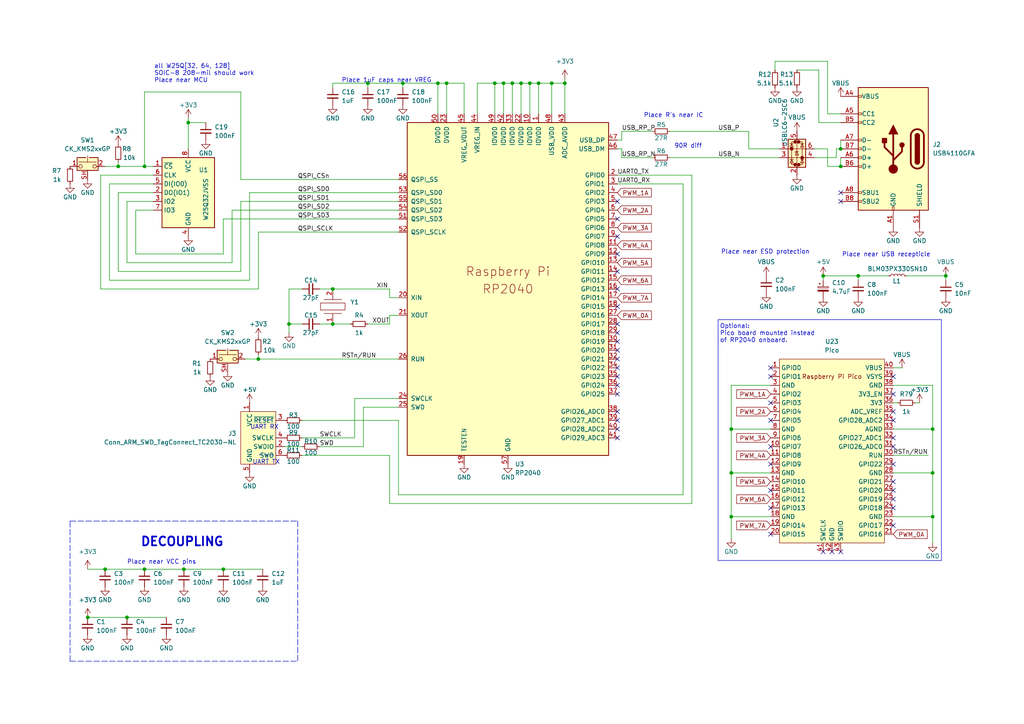
<source format=kicad_sch>
(kicad_sch (version 20231120) (generator "eeschema") (generator_version "8.0")
  (paper "A4")
  (lib_symbols
    (symbol "+5V_1" (power) (pin_numbers hide) (pin_names (offset 0) hide)
      (property "Value" "+5V" (at 0 3.556 0))
      (symbol "+5V_1_1_1"
        (pin power_in line (at 0 0 90) (length 0) (name "~") (number "1"))
      )
    )
    (symbol "Connector:Conn_ARM_SWD_TagConnect_TC2030-NL" (in_bom no)
      (property "Reference" "J" (at 2.54 11.43 0))
      (property "Value" "Conn_ARM_SWD_TagConnect_TC2030-NL" (at 2.54 8.89 0))
      (symbol "Conn_ARM_SWD_TagConnect_TC2030-NL_0_0"
        (pin power_in line (at -2.54 10.16 270) (length 2.54) (name "VCC") (number "1"))
        (pin bidirectional line (at 7.62 -2.54 180) (length 2.54) (name "SWDIO") (number "2"))
        (pin open_collector line (at 7.62 5.08 180) (length 2.54) (name "~{RESET}") (number "3"))
        (pin output line (at 7.62 0 180) (length 2.54) (name "SWCLK") (number "4"))
        (pin power_in line (at -2.54 -10.16 90) (length 2.54) (name "GND") (number "5"))
        (pin input line (at 7.62 -5.08 180) (length 2.54) (name "SWO") (number "6"))
      )
    )
    (symbol "Connector:USB_C_Receptacle_USB2.0_16P" (pin_names (offset 1.016))
      (property "Reference" "J" (at 0 22.225 0))
      (property "Value" "USB_C_Receptacle_USB2.0_16P" (at 0 19.685 0))
      (symbol "USB_C_Receptacle_USB2.0_16P_1_1"
        (pin passive line (at 0 -22.86 90) (length 5.08) (name "GND") (number "A1"))
        (pin passive line (at 0 -22.86 90) (length 5.08) hide (name "GND") (number "A12"))
        (pin passive line (at 15.24 15.24 180) (length 5.08) (name "VBUS") (number "A4"))
        (pin bidirectional line (at 15.24 10.16 180) (length 5.08) (name "CC1") (number "A5"))
        (pin bidirectional line (at 15.24 -2.54 180) (length 5.08) (name "D+") (number "A6"))
        (pin bidirectional line (at 15.24 2.54 180) (length 5.08) (name "D-") (number "A7"))
        (pin bidirectional line (at 15.24 -12.7 180) (length 5.08) (name "SBU1") (number "A8"))
        (pin passive line (at 15.24 15.24 180) (length 5.08) hide (name "VBUS") (number "A9"))
        (pin passive line (at 0 -22.86 90) (length 5.08) hide (name "GND") (number "B1"))
        (pin passive line (at 0 -22.86 90) (length 5.08) hide (name "GND") (number "B12"))
        (pin passive line (at 15.24 15.24 180) (length 5.08) hide (name "VBUS") (number "B4"))
        (pin bidirectional line (at 15.24 7.62 180) (length 5.08) (name "CC2") (number "B5"))
        (pin bidirectional line (at 15.24 -5.08 180) (length 5.08) (name "D+") (number "B6"))
        (pin bidirectional line (at 15.24 0 180) (length 5.08) (name "D-") (number "B7"))
        (pin bidirectional line (at 15.24 -15.24 180) (length 5.08) (name "SBU2") (number "B8"))
        (pin passive line (at 15.24 15.24 180) (length 5.08) hide (name "VBUS") (number "B9"))
        (pin passive line (at -7.62 -22.86 90) (length 5.08) (name "SHIELD") (number "S1"))
      )
    )
    (symbol "Device:C_Polarized_Small" (pin_numbers hide) (pin_names (offset 0.254) hide)
      (property "Reference" "C" (at 0.254 1.778 0))
      (property "Value" "C_Polarized_Small" (at 0.254 -2.032 0))
      (symbol "C_Polarized_Small_1_1"
        (pin passive line (at 0 2.54 270) (length 1.8542) (name "~") (number "1"))
        (pin passive line (at 0 -2.54 90) (length 1.8542) (name "~") (number "2"))
      )
    )
    (symbol "Device:C_Small" (pin_numbers hide) (pin_names (offset 0.254) hide)
      (property "Reference" "C" (at 0.254 1.778 0))
      (property "Value" "C_Small" (at 0.254 -2.032 0))
      (symbol "C_Small_1_1"
        (pin passive line (at 0 2.54 270) (length 2.032) (name "~") (number "1"))
        (pin passive line (at 0 -2.54 90) (length 2.032) (name "~") (number "2"))
      )
    )
    (symbol "Device:L_Small" (pin_numbers hide) (pin_names (offset 0.254) hide)
      (property "Reference" "L" (at 0.762 1.016 0))
      (property "Value" "L_Small" (at 0.762 -1.016 0))
      (symbol "L_Small_1_1"
        (pin passive line (at 0 2.54 270) (length 0.508) (name "~") (number "1"))
        (pin passive line (at 0 -2.54 90) (length 0.508) (name "~") (number "2"))
      )
    )
    (symbol "Device:R_Small" (pin_numbers hide) (pin_names (offset 0.254) hide)
      (property "Reference" "R" (at 0.762 0.508 0))
      (property "Value" "R_Small" (at 0.762 -1.016 0))
      (symbol "R_Small_1_1"
        (pin passive line (at 0 2.54 270) (length 0.762) (name "~") (number "1"))
        (pin passive line (at 0 -2.54 90) (length 0.762) (name "~") (number "2"))
      )
    )
    (symbol "MCU_RaspberryPi_RP2040:RP2040" (pin_names (offset 1.016))
      (property "Reference" "U" (at -29.21 49.53 0))
      (property "Value" "RP2040" (at 24.13 -49.53 0))
      (symbol "RP2040_0_0"
        (text "Raspberry Pi" (at 0 5.08 0) (effects (font (size 2.54 2.54))))
        (text "RP2040" (at 0 0 0) (effects (font (size 2.54 2.54))))
      )
      (symbol "RP2040_1_1"
        (pin power_in line (at 8.89 50.8 270) (length 2.54) (name "IOVDD") (number "1"))
        (pin power_in line (at 6.35 50.8 270) (length 2.54) (name "IOVDD") (number "10"))
        (pin bidirectional line (at 31.75 12.7 180) (length 2.54) (name "GPIO8") (number "11"))
        (pin bidirectional line (at 31.75 10.16 180) (length 2.54) (name "GPIO9") (number "12"))
        (pin bidirectional line (at 31.75 7.62 180) (length 2.54) (name "GPIO10") (number "13"))
        (pin bidirectional line (at 31.75 5.08 180) (length 2.54) (name "GPIO11") (number "14"))
        (pin bidirectional line (at 31.75 2.54 180) (length 2.54) (name "GPIO12") (number "15"))
        (pin bidirectional line (at 31.75 0 180) (length 2.54) (name "GPIO13") (number "16"))
        (pin bidirectional line (at 31.75 -2.54 180) (length 2.54) (name "GPIO14") (number "17"))
        (pin bidirectional line (at 31.75 -5.08 180) (length 2.54) (name "GPIO15") (number "18"))
        (pin passive line (at -12.7 -50.8 90) (length 2.54) (name "TESTEN") (number "19"))
        (pin bidirectional line (at 31.75 33.02 180) (length 2.54) (name "GPIO0") (number "2"))
        (pin input line (at -31.75 -2.54 0) (length 2.54) (name "XIN") (number "20"))
        (pin passive line (at -31.75 -7.62 0) (length 2.54) (name "XOUT") (number "21"))
        (pin power_in line (at 3.81 50.8 270) (length 2.54) (name "IOVDD") (number "22"))
        (pin power_in line (at -17.78 50.8 270) (length 2.54) (name "DVDD") (number "23"))
        (pin output line (at -31.75 -31.75 0) (length 2.54) (name "SWCLK") (number "24"))
        (pin bidirectional line (at -31.75 -34.29 0) (length 2.54) (name "SWD") (number "25"))
        (pin input line (at -31.75 -20.32 0) (length 2.54) (name "RUN") (number "26"))
        (pin bidirectional line (at 31.75 -7.62 180) (length 2.54) (name "GPIO16") (number "27"))
        (pin bidirectional line (at 31.75 -10.16 180) (length 2.54) (name "GPIO17") (number "28"))
        (pin bidirectional line (at 31.75 -12.7 180) (length 2.54) (name "GPIO18") (number "29"))
        (pin bidirectional line (at 31.75 30.48 180) (length 2.54) (name "GPIO1") (number "3"))
        (pin bidirectional line (at 31.75 -15.24 180) (length 2.54) (name "GPIO19") (number "30"))
        (pin bidirectional line (at 31.75 -17.78 180) (length 2.54) (name "GPIO20") (number "31"))
        (pin bidirectional line (at 31.75 -20.32 180) (length 2.54) (name "GPIO21") (number "32"))
        (pin power_in line (at 1.27 50.8 270) (length 2.54) (name "IOVDD") (number "33"))
        (pin bidirectional line (at 31.75 -22.86 180) (length 2.54) (name "GPIO22") (number "34"))
        (pin bidirectional line (at 31.75 -25.4 180) (length 2.54) (name "GPIO23") (number "35"))
        (pin bidirectional line (at 31.75 -27.94 180) (length 2.54) (name "GPIO24") (number "36"))
        (pin bidirectional line (at 31.75 -30.48 180) (length 2.54) (name "GPIO25") (number "37"))
        (pin bidirectional line (at 31.75 -35.56 180) (length 2.54) (name "GPIO26_ADC0") (number "38"))
        (pin bidirectional line (at 31.75 -38.1 180) (length 2.54) (name "GPIO27_ADC1") (number "39"))
        (pin bidirectional line (at 31.75 27.94 180) (length 2.54) (name "GPIO2") (number "4"))
        (pin bidirectional line (at 31.75 -40.64 180) (length 2.54) (name "GPIO28_ADC2") (number "40"))
        (pin bidirectional line (at 31.75 -43.18 180) (length 2.54) (name "GPIO29_ADC3") (number "41"))
        (pin power_in line (at -1.27 50.8 270) (length 2.54) (name "IOVDD") (number "42"))
        (pin power_in line (at 16.51 50.8 270) (length 2.54) (name "ADC_AVDD") (number "43"))
        (pin power_in line (at -8.89 50.8 270) (length 2.54) (name "VREG_IN") (number "44"))
        (pin power_out line (at -12.7 50.8 270) (length 2.54) (name "VREG_VOUT") (number "45"))
        (pin bidirectional line (at 31.75 40.64 180) (length 2.54) (name "USB_DM") (number "46"))
        (pin bidirectional line (at 31.75 43.18 180) (length 2.54) (name "USB_DP") (number "47"))
        (pin power_in line (at 12.7 50.8 270) (length 2.54) (name "USB_VDD") (number "48"))
        (pin power_in line (at -3.81 50.8 270) (length 2.54) (name "IOVDD") (number "49"))
        (pin bidirectional line (at 31.75 25.4 180) (length 2.54) (name "GPIO3") (number "5"))
        (pin power_in line (at -20.32 50.8 270) (length 2.54) (name "DVDD") (number "50"))
        (pin bidirectional line (at -31.75 20.32 0) (length 2.54) (name "QSPI_SD3") (number "51"))
        (pin output line (at -31.75 16.51 0) (length 2.54) (name "QSPI_SCLK") (number "52"))
        (pin bidirectional line (at -31.75 27.94 0) (length 2.54) (name "QSPI_SD0") (number "53"))
        (pin bidirectional line (at -31.75 22.86 0) (length 2.54) (name "QSPI_SD2") (number "54"))
        (pin bidirectional line (at -31.75 25.4 0) (length 2.54) (name "QSPI_SD1") (number "55"))
        (pin bidirectional line (at -31.75 31.75 0) (length 2.54) (name "QSPI_SS") (number "56"))
        (pin power_in line (at 0 -50.8 90) (length 2.54) (name "GND") (number "57"))
        (pin bidirectional line (at 31.75 22.86 180) (length 2.54) (name "GPIO4") (number "6"))
        (pin bidirectional line (at 31.75 20.32 180) (length 2.54) (name "GPIO5") (number "7"))
        (pin bidirectional line (at 31.75 17.78 180) (length 2.54) (name "GPIO6") (number "8"))
        (pin bidirectional line (at 31.75 15.24 180) (length 2.54) (name "GPIO7") (number "9"))
      )
    )
    (symbol "MCU_RaspberryPi_and_Boards:Pico"
      (property "Reference" "U" (at -13.97 27.94 0))
      (property "Value" "Pico" (at 0 19.05 0))
      (symbol "Pico_0_0"
        (text "Raspberry Pi Pico" (at 0 21.59 0) (effects (font (size 1.27 1.27))))
      )
      (symbol "Pico_1_1"
        (pin bidirectional line (at -17.78 24.13 0) (length 2.54) (name "GPIO0") (number "1"))
        (pin bidirectional line (at -17.78 1.27 0) (length 2.54) (name "GPIO7") (number "10"))
        (pin bidirectional line (at -17.78 -1.27 0) (length 2.54) (name "GPIO8") (number "11"))
        (pin bidirectional line (at -17.78 -3.81 0) (length 2.54) (name "GPIO9") (number "12"))
        (pin power_in line (at -17.78 -6.35 0) (length 2.54) (name "GND") (number "13"))
        (pin bidirectional line (at -17.78 -8.89 0) (length 2.54) (name "GPIO10") (number "14"))
        (pin bidirectional line (at -17.78 -11.43 0) (length 2.54) (name "GPIO11") (number "15"))
        (pin bidirectional line (at -17.78 -13.97 0) (length 2.54) (name "GPIO12") (number "16"))
        (pin bidirectional line (at -17.78 -16.51 0) (length 2.54) (name "GPIO13") (number "17"))
        (pin power_in line (at -17.78 -19.05 0) (length 2.54) (name "GND") (number "18"))
        (pin bidirectional line (at -17.78 -21.59 0) (length 2.54) (name "GPIO14") (number "19"))
        (pin bidirectional line (at -17.78 21.59 0) (length 2.54) (name "GPIO1") (number "2"))
        (pin bidirectional line (at -17.78 -24.13 0) (length 2.54) (name "GPIO15") (number "20"))
        (pin bidirectional line (at 17.78 -24.13 180) (length 2.54) (name "GPIO16") (number "21"))
        (pin bidirectional line (at 17.78 -21.59 180) (length 2.54) (name "GPIO17") (number "22"))
        (pin power_in line (at 17.78 -19.05 180) (length 2.54) (name "GND") (number "23"))
        (pin bidirectional line (at 17.78 -16.51 180) (length 2.54) (name "GPIO18") (number "24"))
        (pin bidirectional line (at 17.78 -13.97 180) (length 2.54) (name "GPIO19") (number "25"))
        (pin bidirectional line (at 17.78 -11.43 180) (length 2.54) (name "GPIO20") (number "26"))
        (pin bidirectional line (at 17.78 -8.89 180) (length 2.54) (name "GPIO21") (number "27"))
        (pin power_in line (at 17.78 -6.35 180) (length 2.54) (name "GND") (number "28"))
        (pin bidirectional line (at 17.78 -3.81 180) (length 2.54) (name "GPIO22") (number "29"))
        (pin power_in line (at -17.78 19.05 0) (length 2.54) (name "GND") (number "3"))
        (pin input line (at 17.78 -1.27 180) (length 2.54) (name "RUN") (number "30"))
        (pin bidirectional line (at 17.78 1.27 180) (length 2.54) (name "GPIO26_ADC0") (number "31"))
        (pin bidirectional line (at 17.78 3.81 180) (length 2.54) (name "GPIO27_ADC1") (number "32"))
        (pin power_in line (at 17.78 6.35 180) (length 2.54) (name "AGND") (number "33"))
        (pin bidirectional line (at 17.78 8.89 180) (length 2.54) (name "GPIO28_ADC2") (number "34"))
        (pin power_in line (at 17.78 11.43 180) (length 2.54) (name "ADC_VREF") (number "35"))
        (pin power_in line (at 17.78 13.97 180) (length 2.54) (name "3V3") (number "36"))
        (pin input line (at 17.78 16.51 180) (length 2.54) (name "3V3_EN") (number "37"))
        (pin bidirectional line (at 17.78 19.05 180) (length 2.54) (name "GND") (number "38"))
        (pin power_in line (at 17.78 21.59 180) (length 2.54) (name "VSYS") (number "39"))
        (pin bidirectional line (at -17.78 16.51 0) (length 2.54) (name "GPIO2") (number "4"))
        (pin power_in line (at 17.78 24.13 180) (length 2.54) (name "VBUS") (number "40"))
        (pin input line (at -2.54 -29.21 90) (length 2.54) (name "SWCLK") (number "41"))
        (pin power_in line (at 0 -29.21 90) (length 2.54) (name "GND") (number "42"))
        (pin bidirectional line (at 2.54 -29.21 90) (length 2.54) (name "SWDIO") (number "43"))
        (pin bidirectional line (at -17.78 13.97 0) (length 2.54) (name "GPIO3") (number "5"))
        (pin bidirectional line (at -17.78 11.43 0) (length 2.54) (name "GPIO4") (number "6"))
        (pin bidirectional line (at -17.78 8.89 0) (length 2.54) (name "GPIO5") (number "7"))
        (pin power_in line (at -17.78 6.35 0) (length 2.54) (name "GND") (number "8"))
        (pin bidirectional line (at -17.78 3.81 0) (length 2.54) (name "GPIO6") (number "9"))
      )
    )
    (symbol "Memory_Flash:W25Q32JVSS"
      (property "Reference" "U" (at -6.35 11.43 0))
      (property "Value" "W25Q32JVSS" (at 7.62 11.43 0))
      (symbol "W25Q32JVSS_1_1"
        (pin input line (at -10.16 7.62 0) (length 2.54) (name "~{CS}") (number "1"))
        (pin bidirectional line (at -10.16 0 0) (length 2.54) (name "DO(IO1)") (number "2"))
        (pin bidirectional line (at -10.16 -2.54 0) (length 2.54) (name "IO2") (number "3"))
        (pin power_in line (at 0 -12.7 90) (length 2.54) (name "GND") (number "4"))
        (pin bidirectional line (at -10.16 2.54 0) (length 2.54) (name "DI(IO0)") (number "5"))
        (pin input line (at -10.16 5.08 0) (length 2.54) (name "CLK") (number "6"))
        (pin bidirectional line (at -10.16 -5.08 0) (length 2.54) (name "IO3") (number "7"))
        (pin power_in line (at 0 12.7 270) (length 2.54) (name "VCC") (number "8"))
      )
    )
    (symbol "Power_Protection:USBLC6-2SC6" (pin_names hide)
      (property "Reference" "U" (at 0.635 5.715 0))
      (property "Value" "USBLC6-2SC6" (at 0.635 3.81 0))
      (symbol "USBLC6-2SC6_1_1"
        (pin passive line (at -5.08 0 0) (length 2.54) (name "I/O1") (number "1"))
        (pin passive line (at 0 -7.62 90) (length 2.54) (name "GND") (number "2"))
        (pin passive line (at -5.08 -2.54 0) (length 2.54) (name "I/O2") (number "3"))
        (pin passive line (at 5.08 -2.54 180) (length 2.54) (name "I/O2") (number "4"))
        (pin passive line (at 0 5.08 270) (length 2.54) (name "VBUS") (number "5"))
        (pin passive line (at 5.08 0 180) (length 2.54) (name "I/O1") (number "6"))
      )
    )
    (symbol "SamacSys_Parts:445I23D12M00000" (pin_names (offset 0.762))
      (property "Reference" "Y" (at 8.89 6.35 0))
      (property "Value" "445I23D12M00000" (at 8.89 3.81 0))
      (symbol "445I23D12M00000_0_0"
        (pin passive line (at 0 0 0) (length 2.54) (name "~") (number "1"))
        (pin passive line (at 10.16 0 180) (length 2.54) (name "~") (number "2"))
      )
    )
    (symbol "Switch:CK_KMS2xxGP" (pin_names (offset 1.016) hide)
      (property "Reference" "SW" (at 4.318 2.032 0))
      (property "Value" "CK_KMS2xxGP" (at 0 4.572 0))
      (symbol "CK_KMS2xxGP_0_1"
        (pin passive line (at -5.08 0 0) (length 2.54) (name "1") (number "1"))
        (pin passive line (at 5.08 0 180) (length 2.54) (name "2") (number "2"))
      )
      (symbol "CK_KMS2xxGP_1_1"
        (pin passive line (at 0 -3.81 90) (length 2.54) (name "B") (number "SH"))
      )
    )
    (symbol "power:+3V3" (power) (pin_names (offset 0))
      (property "Value" "+3V3" (at 0 3.556 0))
      (symbol "+3V3_1_1"
        (pin power_in line (at 0 0 90) (length 0) hide (name "+3V3") (number "1"))
      )
    )
    (symbol "power:+5V" (power) (pin_numbers hide) (pin_names (offset 0) hide)
      (property "Value" "+5V" (at 0 3.556 0))
      (symbol "+5V_1_1"
        (pin power_in line (at 0 0 90) (length 0) (name "~") (number "1"))
      )
    )
    (symbol "power:GND" (power) (pin_names (offset 0))
      (property "Value" "GND" (at 0 -3.81 0))
      (symbol "GND_1_1"
        (pin power_in line (at 0 0 270) (length 0) hide (name "GND") (number "1"))
      )
    )
    (symbol "power:VBUS" (power) (pin_numbers hide) (pin_names (offset 0) hide)
      (property "Value" "VBUS" (at 0 3.556 0))
      (symbol "VBUS_1_1"
        (pin power_in line (at 0 0 90) (length 0) (name "~") (number "1"))
      )
    )
  )
  (junction (at 106.68 24.13))
  (junction (at 248.92 80.01))
  (junction (at 30.48 165.1))
  (junction (at 64.77 165.1))
  (junction (at 153.67 24.13))
  (junction (at 74.93 104.14))
  (junction (at 36.83 179.07))
  (junction (at 156.21 24.13))
  (junction (at 212.09 149.86))
  (junction (at 96.52 93.98))
  (junction (at 270.51 149.86))
  (junction (at 151.13 24.13))
  (junction (at 83.82 93.98))
  (junction (at 270.51 124.46))
  (junction (at 160.02 24.13))
  (junction (at 148.59 24.13))
  (junction (at 146.05 24.13))
  (junction (at 25.4396 179.07))
  (junction (at 53.34 165.1))
  (junction (at 238.76 80.01))
  (junction (at 116.84 24.13))
  (junction (at 143.51 24.13))
  (junction (at 243.84 48.26))
  (junction (at 243.84 43.18))
  (junction (at 129.54 24.13))
  (junction (at 274.32 80.01))
  (junction (at 212.09 124.46))
  (junction (at 41.91 48.26))
  (junction (at 34.29 48.26))
  (junction (at 163.83 24.13))
  (junction (at 270.51 137.16))
  (junction (at 127 24.13))
  (junction (at 54.61 35.56))
  (junction (at 41.91 165.1))
  (junction (at 96.52 83.82))
  (junction (at 212.09 137.16))
  (no_connect (at 179.07 73.66))
  (no_connect (at 259.08 144.78))
  (no_connect (at 179.07 114.3))
  (no_connect (at 179.07 121.92))
  (no_connect (at 223.52 129.54))
  (no_connect (at 179.07 119.38))
  (no_connect (at 259.08 114.3))
  (no_connect (at 238.76 160.02))
  (no_connect (at 179.07 96.52))
  (no_connect (at 179.07 106.68))
  (no_connect (at 179.07 58.42))
  (no_connect (at 259.08 119.38))
  (no_connect (at 179.07 88.9))
  (no_connect (at 223.52 154.94))
  (no_connect (at 259.08 121.92))
  (no_connect (at 259.08 142.24))
  (no_connect (at 241.3 160.02))
  (no_connect (at 259.08 134.62))
  (no_connect (at 179.07 111.76))
  (no_connect (at 259.08 152.4))
  (no_connect (at 259.08 139.7))
  (no_connect (at 243.84 160.02))
  (no_connect (at 243.84 55.88))
  (no_connect (at 223.52 109.22))
  (no_connect (at 223.52 134.62))
  (no_connect (at 223.52 142.24))
  (no_connect (at 243.84 58.42))
  (no_connect (at 179.07 99.06))
  (no_connect (at 259.08 127))
  (no_connect (at 179.07 127))
  (no_connect (at 179.07 109.22))
  (no_connect (at 223.52 121.92))
  (no_connect (at 179.07 93.98))
  (no_connect (at 259.08 129.54))
  (no_connect (at 223.52 106.68))
  (no_connect (at 223.52 147.32))
  (no_connect (at 259.08 147.32))
  (no_connect (at 179.07 83.82))
  (no_connect (at 259.08 109.22))
  (no_connect (at 179.07 78.74))
  (no_connect (at 223.52 116.84))
  (no_connect (at 179.07 63.5))
  (no_connect (at 179.07 101.6))
  (no_connect (at 179.07 68.58))
  (no_connect (at 179.07 104.14))
  (no_connect (at 179.07 124.46))
  (wire (pts (xy 115.57 143.51) (xy 198.12 143.51)))
  (polyline (pts (xy 86.36 151.13) (xy 86.36 191.77)) (stroke (width 0) (type dash)))
  (wire (pts (xy 41.91 26.67) (xy 69.85 26.67)))
  (wire (pts (xy 54.61 35.56) (xy 54.61 43.18)))
  (wire (pts (xy 238.76 80.01) (xy 248.92 80.01)))
  (polyline (pts (xy 208.28 92.71) (xy 273.05 92.71)))
  (wire (pts (xy 198.12 143.51) (xy 198.12 53.34)))
  (wire (pts (xy 270.51 137.16) (xy 259.08 137.16)))
  (wire (pts (xy 29.21 50.8) (xy 29.21 83.82)))
  (wire (pts (xy 39.37 73.66) (xy 64.77 73.66)))
  (wire (pts (xy 180.34 40.64) (xy 179.07 40.64)))
  (wire (pts (xy 83.82 83.82) (xy 87.63 83.82)))
  (wire (pts (xy 180.34 45.72) (xy 180.34 43.18)))
  (wire (pts (xy 87.63 132.08) (xy 113.03 132.08)))
  (wire (pts (xy 30.48 48.26) (xy 34.29 48.26)))
  (wire (pts (xy 74.93 67.31) (xy 115.57 67.31)))
  (wire (pts (xy 92.71 83.82) (xy 96.52 83.82)))
  (wire (pts (xy 113.03 146.05) (xy 200.66 146.05)))
  (wire (pts (xy 236.22 45.72) (xy 242.57 45.72)))
  (wire (pts (xy 87.63 127) (xy 102.87 127)))
  (wire (pts (xy 83.82 96.52) (xy 83.82 93.98)))
  (wire (pts (xy 248.92 80.01) (xy 248.92 81.28)))
  (wire (pts (xy 44.45 53.34) (xy 31.75 53.34)))
  (wire (pts (xy 238.76 80.01) (xy 238.76 81.28)))
  (wire (pts (xy 243.84 45.72) (xy 243.84 48.26)))
  (wire (pts (xy 217.17 38.1) (xy 194.31 38.1)))
  (wire (pts (xy 34.29 48.26) (xy 41.91 48.26)))
  (wire (pts (xy 129.54 24.13) (xy 129.54 33.02)))
  (wire (pts (xy 54.61 35.56) (xy 54.61 34.29)))
  (wire (pts (xy 143.51 33.02) (xy 143.51 24.13)))
  (wire (pts (xy 212.09 124.46) (xy 223.52 124.46)))
  (wire (pts (xy 160.02 24.13) (xy 163.83 24.13)))
  (wire (pts (xy 129.54 24.13) (xy 127 24.13)))
  (wire (pts (xy 105.41 118.11) (xy 105.41 129.54)))
  (wire (pts (xy 270.51 149.86) (xy 270.51 137.16)))
  (wire (pts (xy 262.89 80.01) (xy 274.32 80.01)))
  (wire (pts (xy 83.82 93.98) (xy 83.82 83.82)))
  (wire (pts (xy 92.71 93.98) (xy 96.52 93.98)))
  (wire (pts (xy 25.4396 179.07) (xy 36.83 179.07)))
  (wire (pts (xy 72.39 81.28) (xy 72.39 55.88)))
  (wire (pts (xy 242.57 43.18) (xy 243.84 43.18)))
  (wire (pts (xy 71.12 104.14) (xy 74.93 104.14)))
  (polyline (pts (xy 20.32 151.13) (xy 86.36 151.13)) (stroke (width 0) (type dash)))
  (wire (pts (xy 87.63 129.54) (xy 82.55 129.54)))
  (wire (pts (xy 163.83 22.86) (xy 163.83 24.13)))
  (wire (pts (xy 200.66 50.8) (xy 179.07 50.8)))
  (wire (pts (xy 113.03 86.36) (xy 113.03 83.82)))
  (wire (pts (xy 248.92 80.01) (xy 257.81 80.01)))
  (wire (pts (xy 194.31 45.72) (xy 226.06 45.72)))
  (wire (pts (xy 72.39 55.88) (xy 115.57 55.88)))
  (wire (pts (xy 259.08 132.08) (xy 269.24 132.08)))
  (wire (pts (xy 212.09 137.16) (xy 212.09 124.46)))
  (wire (pts (xy 156.21 24.13) (xy 160.02 24.13)))
  (polyline (pts (xy 273.05 162.56) (xy 208.28 162.56)))
  (wire (pts (xy 156.21 24.13) (xy 156.21 33.02)))
  (wire (pts (xy 41.91 48.26) (xy 44.45 48.26)))
  (wire (pts (xy 224.79 17.78) (xy 224.79 20.32)))
  (wire (pts (xy 116.84 24.13) (xy 116.84 25.4)))
  (wire (pts (xy 146.05 24.13) (xy 148.59 24.13)))
  (wire (pts (xy 69.85 52.07) (xy 115.57 52.07)))
  (wire (pts (xy 96.52 24.13) (xy 106.68 24.13)))
  (polyline (pts (xy 273.05 92.71) (xy 273.05 162.56)))
  (wire (pts (xy 29.21 83.82) (xy 74.93 83.82)))
  (wire (pts (xy 44.45 60.96) (xy 39.37 60.96)))
  (wire (pts (xy 115.57 121.92) (xy 115.57 143.51)))
  (wire (pts (xy 160.02 24.13) (xy 160.02 33.02)))
  (wire (pts (xy 212.09 111.76) (xy 223.52 111.76)))
  (wire (pts (xy 115.57 86.36) (xy 113.03 86.36)))
  (wire (pts (xy 64.77 165.1) (xy 53.34 165.1)))
  (wire (pts (xy 217.17 43.18) (xy 226.06 43.18)))
  (wire (pts (xy 180.34 43.18) (xy 179.07 43.18)))
  (wire (pts (xy 148.59 24.13) (xy 148.59 33.02)))
  (wire (pts (xy 31.75 53.34) (xy 31.75 81.28)))
  (wire (pts (xy 64.77 73.66) (xy 64.77 63.5)))
  (wire (pts (xy 138.43 33.02) (xy 138.43 24.13)))
  (wire (pts (xy 41.91 48.26) (xy 41.91 26.67)))
  (wire (pts (xy 59.69 35.56) (xy 54.61 35.56)))
  (wire (pts (xy 96.52 24.13) (xy 96.52 25.4)))
  (wire (pts (xy 74.93 83.82) (xy 74.93 67.31)))
  (wire (pts (xy 67.31 60.96) (xy 115.57 60.96)))
  (wire (pts (xy 64.77 63.5) (xy 115.57 63.5)))
  (wire (pts (xy 36.83 76.2) (xy 67.31 76.2)))
  (wire (pts (xy 34.29 55.88) (xy 34.29 78.74)))
  (wire (pts (xy 260.35 116.84) (xy 259.08 116.84)))
  (wire (pts (xy 113.03 132.08) (xy 113.03 146.05)))
  (wire (pts (xy 217.17 38.1) (xy 217.17 43.18)))
  (wire (pts (xy 69.85 78.74) (xy 69.85 58.42)))
  (wire (pts (xy 116.84 24.13) (xy 106.68 24.13)))
  (wire (pts (xy 44.45 58.42) (xy 36.83 58.42)))
  (wire (pts (xy 87.63 121.92) (xy 115.57 121.92)))
  (wire (pts (xy 270.51 124.46) (xy 270.51 111.76)))
  (wire (pts (xy 36.83 179.07) (xy 48.26 179.07)))
  (wire (pts (xy 69.85 26.67) (xy 69.85 52.07)))
  (wire (pts (xy 212.09 137.16) (xy 223.52 137.16)))
  (wire (pts (xy 74.93 104.14) (xy 115.57 104.14)))
  (wire (pts (xy 240.03 48.26) (xy 243.84 48.26)))
  (wire (pts (xy 74.93 102.87) (xy 74.93 104.14)))
  (wire (pts (xy 266.7 116.84) (xy 265.43 116.84)))
  (wire (pts (xy 189.23 45.72) (xy 180.34 45.72)))
  (wire (pts (xy 270.51 157.48) (xy 270.51 149.86)))
  (wire (pts (xy 151.13 24.13) (xy 151.13 33.02)))
  (wire (pts (xy 34.29 46.99) (xy 34.29 48.26)))
  (wire (pts (xy 44.45 55.88) (xy 34.29 55.88)))
  (wire (pts (xy 151.13 24.13) (xy 153.67 24.13)))
  (wire (pts (xy 36.83 58.42) (xy 36.83 76.2)))
  (wire (pts (xy 67.31 76.2) (xy 67.31 60.96)))
  (wire (pts (xy 102.87 115.57) (xy 115.57 115.57)))
  (wire (pts (xy 105.41 129.54) (xy 92.71 129.54)))
  (wire (pts (xy 237.49 20.32) (xy 237.49 35.56)))
  (wire (pts (xy 25.4396 179.07) (xy 25.4 179.07)))
  (polyline (pts (xy 208.28 92.71) (xy 208.28 162.56)))
  (wire (pts (xy 200.66 146.05) (xy 200.66 50.8)))
  (wire (pts (xy 53.34 165.1) (xy 41.91 165.1)))
  (wire (pts (xy 274.32 81.28) (xy 274.32 80.01)))
  (wire (pts (xy 69.85 58.42) (xy 115.57 58.42)))
  (wire (pts (xy 236.22 43.18) (xy 240.03 43.18)))
  (wire (pts (xy 134.62 33.02) (xy 134.62 24.13)))
  (wire (pts (xy 31.75 81.28) (xy 72.39 81.28)))
  (wire (pts (xy 240.03 33.02) (xy 240.03 17.78)))
  (wire (pts (xy 270.51 111.76) (xy 259.08 111.76)))
  (wire (pts (xy 96.52 93.98) (xy 101.6 93.98)))
  (wire (pts (xy 270.51 137.16) (xy 270.51 124.46)))
  (wire (pts (xy 39.37 60.96) (xy 39.37 73.66)))
  (wire (pts (xy 259.08 124.46) (xy 270.51 124.46)))
  (wire (pts (xy 212.09 124.46) (xy 212.09 111.76)))
  (wire (pts (xy 148.59 24.13) (xy 151.13 24.13)))
  (wire (pts (xy 242.57 45.72) (xy 242.57 43.18)))
  (wire (pts (xy 44.45 50.8) (xy 29.21 50.8)))
  (wire (pts (xy 153.67 24.13) (xy 153.67 33.02)))
  (wire (pts (xy 240.03 17.78) (xy 224.79 17.78)))
  (wire (pts (xy 102.87 127) (xy 102.87 115.57)))
  (wire (pts (xy 105.41 118.11) (xy 115.57 118.11)))
  (wire (pts (xy 231.14 20.32) (xy 237.49 20.32)))
  (wire (pts (xy 212.09 156.21) (xy 212.09 149.86)))
  (wire (pts (xy 261.62 106.68) (xy 259.08 106.68)))
  (wire (pts (xy 113.03 93.98) (xy 113.03 91.44)))
  (wire (pts (xy 153.67 24.13) (xy 156.21 24.13)))
  (wire (pts (xy 240.03 43.18) (xy 240.03 48.26)))
  (wire (pts (xy 243.84 33.02) (xy 240.03 33.02)))
  (polyline (pts (xy 20.32 191.77) (xy 20.32 151.13)) (stroke (width 0) (type dash)))
  (wire (pts (xy 138.43 24.13) (xy 143.51 24.13)))
  (wire (pts (xy 163.83 24.13) (xy 163.83 33.02)))
  (wire (pts (xy 237.49 35.56) (xy 243.84 35.56)))
  (wire (pts (xy 243.84 40.64) (xy 243.84 43.18)))
  (wire (pts (xy 180.34 38.1) (xy 180.34 40.64)))
  (wire (pts (xy 212.09 149.86) (xy 223.52 149.86)))
  (wire (pts (xy 25.4 165.1) (xy 30.48 165.1)))
  (wire (pts (xy 113.03 91.44) (xy 115.57 91.44)))
  (wire (pts (xy 106.68 24.13) (xy 106.68 25.4)))
  (wire (pts (xy 189.23 38.1) (xy 180.34 38.1)))
  (wire (pts (xy 96.52 83.82) (xy 113.03 83.82)))
  (wire (pts (xy 64.77 165.1) (xy 76.2 165.1)))
  (wire (pts (xy 34.29 78.74) (xy 69.85 78.74)))
  (wire (pts (xy 41.91 165.1) (xy 30.48 165.1)))
  (wire (pts (xy 127 24.13) (xy 127 33.02)))
  (wire (pts (xy 270.51 149.86) (xy 259.08 149.86)))
  (wire (pts (xy 146.05 24.13) (xy 146.05 33.02)))
  (wire (pts (xy 212.09 149.86) (xy 212.09 137.16)))
  (wire (pts (xy 134.62 24.13) (xy 129.54 24.13)))
  (wire (pts (xy 127 24.13) (xy 116.84 24.13)))
  (wire (pts (xy 198.12 53.34) (xy 179.07 53.34)))
  (wire (pts (xy 143.51 24.13) (xy 146.05 24.13)))
  (wire (pts (xy 83.82 93.98) (xy 87.63 93.98)))
  (polyline (pts (xy 20.32 191.77) (xy 86.36 191.77)) (stroke (width 0) (type dash)))
  (wire (pts (xy 106.68 93.98) (xy 113.03 93.98)))
  (text "Place near USB recepticle" (at 257.048 73.914 0) (effects (font (size 1.27 1.27))))
  (text "Place R's near IC" (at 186.69 34.29 0) (effects (font (size 1.27 1.27)) (justify left bottom)))
  (text "---\nUART TX" (at 77.216 133.096 0) (effects (font (size 1.27 1.27))))
  (text "Optional: \nPico board mounted instead \nof RP2040 onboard." (at 208.788 96.774 0) (effects (font (size 1.27 1.27)) (justify left)))
  (text "---\nUART RX" (at 76.708 122.936 0) (effects (font (size 1.27 1.27))))
  (text "Place near ESD protection" (at 221.996 73.152 0) (effects (font (size 1.27 1.27))))
  (text "all W25Q[32, 64, 128]\nSOIC-8 208-mil should work\nPlace near MCU" (at 44.704 24.13 0) (effects (font (size 1.27 1.27)) (justify left bottom)))
  (text "Place 1uF caps near VREG" (at 99.06 24.13 0) (effects (font (size 1.27 1.27)) (justify left bottom)))
  (text "Place near VCC pins" (at 36.83 163.83 0) (effects (font (size 1.27 1.27)) (justify left bottom)))
  (text "90R diff" (at 195.58 43.18 0) (effects (font (size 1.27 1.27)) (justify left bottom)))
  (text "DECOUPLING" (at 40.64 158.75 0) (effects (font (size 2.54 2.54) (thickness 0.508) (bold yes)) (justify left bottom)))
  (label "USB_N" (at 208.28 45.72 0))
  (label "USB_RP_P" (at 180.34 38.1 0))
  (label "QSPI_CSn" (at 86.36 52.07 0))
  (label "RSTn{slash}RUN" (at 99.06 104.14 0))
  (label "SWCLK" (at 92.71 127 0))
  (label "QSPI_SD1" (at 86.36 58.42 0))
  (label "XOUT" (at 107.95 93.98 0))
  (label "QSPI_SD3" (at 86.36 63.5 0))
  (label "USB_RP_N" (at 180.34 45.72 0))
  (label "USB_P" (at 208.28 38.1 0))
  (label "QSPI_SD0" (at 86.36 55.88 0))
  (label "RSTn{slash}RUN" (at 259.08 132.08 0))
  (label "UART0_TX" (at 179.07 50.8 0))
  (label "XIN" (at 109.22 83.82 0))
  (label "SWD" (at 92.71 129.54 0))
  (label "QSPI_SCLK" (at 86.36 67.31 0))
  (label "QSPI_SD2" (at 86.36 60.96 0))
  (label "UART0_RX" (at 179.07 53.34 0))
  (global_label "PWM_1A" (shape input) (at 223.52 114.3 180) (property "Intersheetrefs" "${INTERSHEET_REFS}" (effects (hide yes))))
  (global_label "PWM_6A" (shape input) (at 179.07 81.28 0) (property "Intersheetrefs" "${INTERSHEET_REFS}" (effects (hide yes))))
  (global_label "PWM_5A" (shape input) (at 179.07 76.2 0) (property "Intersheetrefs" "${INTERSHEET_REFS}" (effects (hide yes))))
  (global_label "PWM_1A" (shape input) (at 179.07 55.88 0) (property "Intersheetrefs" "${INTERSHEET_REFS}" (effects (hide yes))))
  (global_label "PWM_6A" (shape input) (at 223.52 144.78 180) (property "Intersheetrefs" "${INTERSHEET_REFS}" (effects (hide yes))))
  (global_label "PWM_5A" (shape input) (at 223.52 139.7 180) (property "Intersheetrefs" "${INTERSHEET_REFS}" (effects (hide yes))))
  (global_label "PWM_0A" (shape input) (at 179.07 91.44 0) (property "Intersheetrefs" "${INTERSHEET_REFS}" (effects (hide yes))))
  (global_label "PWM_3A" (shape input) (at 223.52 127 180) (property "Intersheetrefs" "${INTERSHEET_REFS}" (effects (hide yes))))
  (global_label "PWM_7A" (shape input) (at 223.52 152.4 180) (property "Intersheetrefs" "${INTERSHEET_REFS}" (effects (hide yes))))
  (global_label "PWM_4A" (shape input) (at 223.52 132.08 180) (property "Intersheetrefs" "${INTERSHEET_REFS}" (effects (hide yes))))
  (global_label "PWM_4A" (shape input) (at 179.07 71.12 0) (property "Intersheetrefs" "${INTERSHEET_REFS}" (effects (hide yes))))
  (global_label "PWM_7A" (shape input) (at 179.07 86.36 0) (property "Intersheetrefs" "${INTERSHEET_REFS}" (effects (hide yes))))
  (global_label "PWM_3A" (shape input) (at 179.07 66.04 0) (property "Intersheetrefs" "${INTERSHEET_REFS}" (effects (hide yes))))
  (global_label "PWM_0A" (shape input) (at 259.08 154.94 0) (property "Intersheetrefs" "${INTERSHEET_REFS}" (effects (hide yes))))
  (global_label "PWM_2A" (shape input) (at 223.52 119.38 180) (property "Intersheetrefs" "${INTERSHEET_REFS}" (effects (hide yes))))
  (global_label "PWM_2A" (shape input) (at 179.07 60.96 0) (property "Intersheetrefs" "${INTERSHEET_REFS}" (effects (hide yes))))
  (symbol (lib_id "Device:R_Small") (at 85.09 121.92 90) (unit 1)
    (property "Reference" "R3" (at 85.09 120.396 90))
    (property "Value" "100" (at 85.09 123.698 90))
    (property "Footprint" "Resistor_SMD:R_0402_1005Metric" (effects (hide yes)))
    (property "LCSC" "C279981" (effects (hide yes)))
  )
  (symbol (lib_id "power:VBUS") (at 261.62 106.68 0) (unit 1)
    (property "Reference" "#PWR200" (effects (hide yes)))
    (property "Value" "VBUS" (at 261.62 102.87 0))
    (property "Description" "Power symbol creates a global label with name \"VBUS\"" (effects (hide yes)))
  )
  (symbol (lib_id "power:+3V3") (at 163.83 22.86 0) (unit 1)
    (property "Reference" "#PWR39" (effects (hide yes)))
    (property "Value" "+3V3" (at 163.83 17.78 0))
  )
  (symbol (lib_id "Device:C_Small") (at 64.77 167.64 0) (unit 1)
    (property "Reference" "C11" (at 67.31 166.3762 0) (effects (justify left)))
    (property "Value" "100nF" (at 67.31 168.9162 0) (effects (justify left)))
    (property "Footprint" "Capacitor_SMD:C_0402_1005Metric" (effects (hide yes)))
    (property "LCSC" "C1525" (effects (hide yes)))
  )
  (symbol (lib_id "power:GND") (at 36.83 184.15 0) (unit 1)
    (property "Reference" "#PWR7" (effects (hide yes)))
    (property "Value" "GND" (at 36.83 187.96 0))
  )
  (symbol (lib_id "Device:R_Small") (at 231.14 22.86 0) (unit 1)
    (property "Reference" "R13" (at 230.124 21.59 0) (effects (justify right)))
    (property "Value" "5.1k" (at 230.124 24.13 0) (effects (justify right)))
    (property "Footprint" "Resistor_SMD:R_0402_1005Metric" (effects (hide yes)))
    (property "LCSC" "C279981" (effects (hide yes)))
  )
  (symbol (lib_id "power:GND") (at 60.96 109.22 0) (mirror y) (unit 1)
    (property "Reference" "#PWR25" (effects (hide yes)))
    (property "Value" "GND" (at 60.96 113.03 0))
  )
  (symbol (lib_id "power:GND") (at 25.4 184.15 0) (unit 1)
    (property "Reference" "#PWR2" (effects (hide yes)))
    (property "Value" "GND" (at 25.4 187.96 0))
  )
  (symbol (lib_id "Device:C_Polarized_Small") (at 238.76 83.82 0) (unit 1)
    (property "Reference" "C10" (at 241.3 82.0038 0) (effects (justify left)))
    (property "Value" "4.7uF" (at 241.3 84.5438 0) (effects (justify left)))
    (property "Footprint" "Capacitor_SMD:C_Elec_4x5.4" (effects (hide yes)))
    (property "Description" "Polarized capacitor, small symbol" (effects (hide yes)))
    (property "Part Number" "865080640004" (effects (hide yes)))
  )
  (symbol (lib_id "Connector:USB_C_Receptacle_USB2.0_16P") (at 259.08 43.18 0) (mirror y) (unit 1)
    (property "Reference" "J2" (at 270.51 41.9099 0) (effects (justify right)))
    (property "Value" "USB4110GFA" (at 270.51 44.4499 0) (effects (justify right)))
    (property "Footprint" "USB4110GFA_footprints:USB4110-GF-A_GCT" (effects (hide yes)))
    (property "Datasheet" "https://www.usb.org/sites/default/files/documents/usb_type-c.zip" (effects (hide yes)))
    (property "Description" "USB 2.0-only 16P Type-C Receptacle connector" (effects (hide yes)))
  )
  (symbol (lib_id "Power_Protection:USBLC6-2SC6") (at 231.14 43.18 0) (unit 1)
    (property "Reference" "U2" (at 225.044 35.56 90))
    (property "Value" "USBLC6-2SC6" (at 227.584 35.56 90))
    (property "Footprint" "Package_TO_SOT_SMD:SOT-23-6" (effects (hide yes)))
    (property "Datasheet" "https://www.st.com/resource/en/datasheet/usblc6-2.pdf" (effects (hide yes)))
    (property "Description" "Very low capacitance ESD protection diode, 2 data-line, SOT-23-6" (effects (hide yes)))
  )
  (symbol (lib_id "power:GND") (at 66.04 107.95 0) (mirror y) (unit 1)
    (property "Reference" "#PWR26" (effects (hide yes)))
    (property "Value" "GND" (at 66.04 111.76 0))
  )
  (symbol (lib_id "Device:C_Small") (at 76.2 167.64 0) (unit 1)
    (property "Reference" "C12" (at 78.74 166.3762 0) (effects (justify left)))
    (property "Value" "1uF" (at 78.74 168.9162 0) (effects (justify left)))
    (property "Footprint" "Capacitor_SMD:C_0402_1005Metric" (effects (hide yes)))
    (property "LCSC" "C52923" (effects (hide yes)))
  )
  (symbol (lib_id "power:GND") (at 222.25 85.09 0) (mirror y) (unit 1)
    (property "Reference" "#PWR16" (effects (hide yes)))
    (property "Value" "GND" (at 222.25 88.9 0))
  )
  (symbol (lib_id "Device:C_Small") (at 53.34 167.64 0) (unit 1)
    (property "Reference" "C9" (at 55.88 166.3762 0) (effects (justify left)))
    (property "Value" "100nF" (at 55.88 168.9162 0) (effects (justify left)))
    (property "Footprint" "Capacitor_SMD:C_0402_1005Metric" (effects (hide yes)))
    (property "LCSC" "C1525" (effects (hide yes)))
  )
  (symbol (lib_id "Device:R_Small") (at 90.17 129.54 90) (unit 1)
    (property "Reference" "R10" (at 90.17 128.016 90))
    (property "Value" "100" (at 90.17 131.318 90))
    (property "Footprint" "Resistor_SMD:R_0402_1005Metric" (effects (hide yes)))
    (property "LCSC" "C279981" (effects (hide yes)))
  )
  (symbol (lib_id "Device:R_Small") (at 262.89 116.84 90) (unit 1)
    (property "Reference" "R79" (at 262.89 114.3 90))
    (property "Value" "1k" (at 262.89 119.38 90))
    (property "Footprint" "Resistor_SMD:R_0402_1005Metric" (effects (hide yes)))
    (property "LCSC" "C11702" (effects (hide yes)))
  )
  (symbol (lib_id "Device:C_Small") (at 90.17 83.82 90) (unit 1)
    (property "Reference" "C14" (at 90.17 81.28 90))
    (property "Value" "27pF" (at 90.17 86.36 90))
    (property "Footprint" "Capacitor_SMD:C_0402_1005Metric" (effects (hide yes)))
    (property "LCSC" "C126504" (effects (hide yes)))
  )
  (symbol (lib_id "Device:R_Small") (at 104.14 93.98 90) (unit 1)
    (property "Reference" "R4" (at 104.14 91.44 90))
    (property "Value" "1k" (at 104.14 96.52 90))
    (property "Footprint" "Resistor_SMD:R_0402_1005Metric" (effects (hide yes)))
    (property "LCSC" "C11702" (effects (hide yes)))
  )
  (symbol (lib_id "Device:C_Small") (at 41.91 167.64 0) (unit 1)
    (property "Reference" "C6" (at 44.45 166.3762 0) (effects (justify left)))
    (property "Value" "100nF" (at 44.45 168.9162 0) (effects (justify left)))
    (property "Footprint" "Capacitor_SMD:C_0402_1005Metric" (effects (hide yes)))
    (property "LCSC" "C1525" (effects (hide yes)))
  )
  (symbol (lib_id "Device:C_Small") (at 106.68 27.94 0) (unit 1)
    (property "Reference" "C17" (at 109.22 26.6762 0) (effects (justify left)))
    (property "Value" "100nF" (at 109.22 29.2162 0) (effects (justify left)))
    (property "Footprint" "Capacitor_SMD:C_0402_1005Metric" (effects (hide yes)))
    (property "LCSC" "C1525" (effects (hide yes)))
  )
  (symbol (lib_id "Device:C_Small") (at 90.17 93.98 90) (unit 1)
    (property "Reference" "C15" (at 90.17 91.44 90))
    (property "Value" "27pF" (at 90.17 96.52 90))
    (property "Footprint" "Capacitor_SMD:C_0402_1005Metric" (effects (hide yes)))
    (property "LCSC" "C126504" (effects (hide yes)))
  )
  (symbol (lib_id "MCU_RaspberryPi_RP2040:RP2040") (at 147.32 83.82 0) (unit 1)
    (property "Reference" "U3" (at 149.3394 134.62 0) (effects (justify left)))
    (property "Value" "RP2040" (at 149.3394 137.16 0) (effects (justify left)))
    (property "Footprint" "Package_DFN_QFN:QFN-56-1EP_7x7mm_P0.4mm_EP3.2x3.2mm_ThermalVias" (effects (hide yes)))
    (property "LCSC" "C2040" (effects (hide yes)))
  )
  (symbol (lib_id "Device:C_Small") (at 274.32 83.82 0) (unit 1)
    (property "Reference" "C5" (at 276.86 82.5562 0) (effects (justify left)))
    (property "Value" "10nF" (at 276.86 85.0962 0) (effects (justify left)))
    (property "Footprint" "Capacitor_SMD:C_0402_1005Metric" (effects (hide yes)))
    (property "LCSC" "C1525" (effects (hide yes)))
  )
  (symbol (lib_id "Device:C_Small") (at 116.84 27.94 0) (unit 1)
    (property "Reference" "C18" (at 119.38 26.6762 0) (effects (justify left)))
    (property "Value" "100nF" (at 119.38 29.2162 0) (effects (justify left)))
    (property "Footprint" "Capacitor_SMD:C_0402_1005Metric" (effects (hide yes)))
    (property "LCSC" "C1525" (effects (hide yes)))
  )
  (symbol (lib_id "Device:R_Small") (at 60.96 106.68 0) (unit 1)
    (property "Reference" "R1" (at 58.42 105.4099 0) (effects (justify right)))
    (property "Value" "1k" (at 58.42 107.9499 0) (effects (justify right)))
    (property "Footprint" "Resistor_SMD:R_0402_1005Metric" (effects (hide yes)))
    (property "LCSC" "C279981" (effects (hide yes)))
  )
  (symbol (lib_id "power:GND") (at 266.7 66.04 0) (unit 1)
    (property "Reference" "#PWR10" (effects (hide yes)))
    (property "Value" "GND" (at 266.7 69.85 0))
  )
  (symbol (lib_id "Device:R_Small") (at 20.32 50.8 0) (unit 1)
    (property "Reference" "R7" (at 17.78 49.5299 0) (effects (justify right)))
    (property "Value" "1k" (at 17.78 52.0699 0) (effects (justify right)))
    (property "Footprint" "Resistor_SMD:R_0402_1005Metric" (effects (hide yes)))
    (property "LCSC" "C279981" (effects (hide yes)))
  )
  (symbol (lib_id "Switch:CK_KMS2xxGP") (at 25.4 48.26 0) (unit 1)
    (property "Reference" "SW1" (at 25.4 40.64 0))
    (property "Value" "CK_KMS2xxGP" (at 25.4 43.18 0))
    (property "Footprint" "Button_Switch_SMD:SW_SPST_CK_KMS2xxGP" (effects (hide yes)))
    (property "Datasheet" "https://www.ckswitches.com/media/1482/kms.pdf" (effects (hide yes)))
    (property "Description" "Microminiature SMT Side Actuated, 4.2 x 2.8 x 1.42mm, with pegs, with shield pin" (effects (hide yes)))
  )
  (symbol (lib_id "power:GND") (at 248.92 86.36 0) (unit 1)
    (property "Reference" "#PWR21" (effects (hide yes)))
    (property "Value" "GND" (at 248.92 90.17 0))
  )
  (symbol (lib_id "power:VBUS") (at 274.32 80.01 0) (unit 1)
    (property "Reference" "#PWR19" (effects (hide yes)))
    (property "Value" "VBUS" (at 274.32 75.946 0))
    (property "Description" "Power symbol creates a global label with name \"VBUS\"" (effects (hide yes)))
  )
  (symbol (lib_id "Device:R_Small") (at 85.09 132.08 90) (unit 1)
    (property "Reference" "R11" (at 85.09 130.556 90))
    (property "Value" "100" (at 85.09 133.858 90))
    (property "Footprint" "Resistor_SMD:R_0402_1005Metric" (effects (hide yes)))
    (property "LCSC" "C279981" (effects (hide yes)))
  )
  (symbol (lib_id "Device:R_Small") (at 74.93 100.33 0) (unit 1)
    (property "Reference" "R2" (at 78.74 99.06 0) (effects (justify right)))
    (property "Value" "10k" (at 80.01 101.6 0) (effects (justify right)))
    (property "Footprint" "Resistor_SMD:R_0402_1005Metric" (effects (hide yes)))
    (property "LCSC" "C140214" (effects (hide yes)))
  )
  (symbol (lib_id "power:+3V3") (at 25.4 165.1 0) (unit 1)
    (property "Reference" "#PWR1" (effects (hide yes)))
    (property "Value" "+3V3" (at 25.4 160.02 0))
  )
  (symbol (lib_id "power:+3V3") (at 54.61 34.29 0) (mirror y) (unit 1)
    (property "Reference" "#PWR31" (effects (hide yes)))
    (property "Value" "+3V3" (at 54.61 30.48 0))
  )
  (symbol (lib_id "power:VBUS") (at 231.14 38.1 0) (unit 1)
    (property "Reference" "#PWR5" (effects (hide yes)))
    (property "Value" "VBUS" (at 231.14 34.036 0))
    (property "Description" "Power symbol creates a global label with name \"VBUS\"" (effects (hide yes)))
  )
  (symbol (lib_id "Device:R_Small") (at 191.77 38.1 90) (unit 1)
    (property "Reference" "R5" (at 191.77 36.195 90))
    (property "Value" "27R" (at 191.77 40.005 90))
    (property "Footprint" "Resistor_SMD:R_0402_1005Metric" (effects (hide yes)))
    (property "LCSC" "C25100" (effects (hide yes)))
  )
  (symbol (lib_id "power:GND") (at 20.32 53.34 0) (mirror y) (unit 1)
    (property "Reference" "#PWR41" (effects (hide yes)))
    (property "Value" "GND" (at 20.32 57.15 0))
  )
  (symbol (lib_id "Memory_Flash:W25Q32JVSS") (at 54.61 55.88 0) (unit 1)
    (property "Reference" "U1" (at 57.658 49.276 0) (effects (justify left)))
    (property "Value" "W25Q32JVSS" (at 59.69 64.008 90) (effects (justify left)))
    (property "Footprint" "Package_SO:SOIC-8_5.23x5.23mm_P1.27mm" (effects (hide yes)))
    (property "Datasheet" "http://www.winbond.com/resource-files/w25q32jv%20revg%2003272018%20plus.pdf" (effects (hide yes)))
    (property "Description" "32Mb Serial Flash Memory, Standard/Dual/Quad SPI, SOIC-8" (effects (hide yes)))
  )
  (symbol (lib_id "power:+3V3") (at 266.7 116.84 0) (mirror y) (unit 1)
    (property "Reference" "#PWR201" (effects (hide yes)))
    (property "Value" "+3V3" (at 266.7 113.03 0))
  )
  (symbol (lib_id "power:+3V3") (at 34.29 41.91 0) (mirror y) (unit 1)
    (property "Reference" "#PWR42" (effects (hide yes)))
    (property "Value" "+3V3" (at 34.29 38.1 0))
  )
  (symbol (lib_id "Device:C_Small") (at 48.26 181.61 0) (unit 1)
    (property "Reference" "C7" (at 50.8 180.3462 0) (effects (justify left)))
    (property "Value" "100nF" (at 50.8 182.8862 0) (effects (justify left)))
    (property "Footprint" "Capacitor_SMD:C_0402_1005Metric" (effects (hide yes)))
    (property "LCSC" "C1525" (effects (hide yes)))
  )
  (symbol (lib_id "Device:C_Small") (at 36.83 181.61 0) (unit 1)
    (property "Reference" "C4" (at 39.37 180.3462 0) (effects (justify left)))
    (property "Value" "100nF" (at 39.37 182.8862 0) (effects (justify left)))
    (property "Footprint" "Capacitor_SMD:C_0402_1005Metric" (effects (hide yes)))
    (property "LCSC" "C1525" (effects (hide yes)))
  )
  (symbol (lib_id "power:GND") (at 25.4 52.07 0) (mirror y) (unit 1)
    (property "Reference" "#PWR40" (effects (hide yes)))
    (property "Value" "GND" (at 25.4 55.88 0))
  )
  (symbol (lib_id "power:GND") (at 72.39 137.16 0) (mirror y) (unit 1)
    (property "Reference" "#PWR28" (effects (hide yes)))
    (property "Value" "GND" (at 72.39 140.97 0))
  )
  (symbol (lib_id "power:GND") (at 48.26 184.15 0) (unit 1)
    (property "Reference" "#PWR14" (effects (hide yes)))
    (property "Value" "GND" (at 48.26 187.96 0))
  )
  (symbol (lib_id "Device:C_Small") (at 248.92 83.82 0) (unit 1)
    (property "Reference" "C8" (at 251.46 82.5562 0) (effects (justify left)))
    (property "Value" "100nF" (at 251.46 85.0962 0) (effects (justify left)))
    (property "Footprint" "Capacitor_SMD:C_0402_1005Metric" (effects (hide yes)))
    (property "LCSC" "C1525" (effects (hide yes)))
  )
  (symbol (lib_id "Switch:CK_KMS2xxGP") (at 66.04 104.14 0) (unit 1)
    (property "Reference" "SW2" (at 66.04 96.52 0))
    (property "Value" "CK_KMS2xxGP" (at 66.04 99.06 0))
    (property "Footprint" "Button_Switch_SMD:SW_SPST_CK_KMS2xxGP" (effects (hide yes)))
    (property "Datasheet" "https://www.ckswitches.com/media/1482/kms.pdf" (effects (hide yes)))
    (property "Description" "Microminiature SMT Side Actuated, 4.2 x 2.8 x 1.42mm, with pegs, with shield pin" (effects (hide yes)))
  )
  (symbol (lib_id "Device:R_Small") (at 85.09 127 90) (unit 1)
    (property "Reference" "R9" (at 85.09 125.476 90))
    (property "Value" "100" (at 85.09 128.778 90))
    (property "Footprint" "Resistor_SMD:R_0402_1005Metric" (effects (hide yes)))
    (property "LCSC" "C279981" (effects (hide yes)))
  )
  (symbol (lib_id "power:GND") (at 59.69 40.64 0) (unit 1)
    (property "Reference" "#PWR32" (effects (hide yes)))
    (property "Value" "GND" (at 59.69 44.45 0))
  )
  (symbol (lib_id "power:GND") (at 54.61 68.58 0) (unit 1)
    (property "Reference" "#PWR43" (effects (hide yes)))
    (property "Value" "GND" (at 54.61 72.39 0))
  )
  (symbol (lib_id "power:GND") (at 231.14 25.4 0) (mirror y) (unit 1)
    (property "Reference" "#PWR13" (effects (hide yes)))
    (property "Value" "GND" (at 231.14 29.21 0))
  )
  (symbol (lib_id "Device:R_Small") (at 224.79 22.86 0) (unit 1)
    (property "Reference" "R12" (at 223.774 21.59 0) (effects (justify right)))
    (property "Value" "5.1k" (at 223.774 24.13 0) (effects (justify right)))
    (property "Footprint" "Resistor_SMD:R_0402_1005Metric" (effects (hide yes)))
    (property "LCSC" "C279981" (effects (hide yes)))
  )
  (symbol (lib_id "power:GND") (at 224.79 25.4 0) (mirror y) (unit 1)
    (property "Reference" "#PWR12" (effects (hide yes)))
    (property "Value" "GND" (at 224.79 29.21 0))
  )
  (symbol (lib_id "power:GND") (at 231.14 50.8 0) (unit 1)
    (property "Reference" "#PWR11" (effects (hide yes)))
    (property "Value" "GND" (at 231.14 54.61 0))
  )
  (symbol (lib_id "Device:C_Small") (at 25.4 181.61 0) (unit 1)
    (property "Reference" "C1" (at 27.94 180.3462 0) (effects (justify left)))
    (property "Value" "100nF" (at 27.94 182.8862 0) (effects (justify left)))
    (property "Footprint" "Capacitor_SMD:C_0402_1005Metric" (effects (hide yes)))
    (property "LCSC" "C1525" (effects (hide yes)))
  )
  (symbol (lib_id "power:GND") (at 30.48 170.18 0) (unit 1)
    (property "Reference" "#PWR6" (effects (hide yes)))
    (property "Value" "GND" (at 30.48 173.99 0))
  )
  (symbol (lib_id "power:GND") (at 76.2 170.18 0) (unit 1)
    (property "Reference" "#PWR24" (effects (hide yes)))
    (property "Value" "GND" (at 76.2 173.99 0))
  )
  (symbol (lib_id "power:GND") (at 96.52 30.48 0) (unit 1)
    (property "Reference" "#PWR34" (effects (hide yes)))
    (property "Value" "GND" (at 96.52 34.29 0))
  )
  (symbol (lib_id "power:GND") (at 147.32 134.62 0) (unit 1)
    (property "Reference" "#PWR38" (effects (hide yes)))
    (property "Value" "GND" (at 147.32 138.43 0))
  )
  (symbol (lib_name "+5V_1") (lib_id "power:+5V") (at 72.39 116.84 0) (unit 1)
    (property "Reference" "#PWR29" (effects (hide yes)))
    (property "Value" "+5V" (at 72.39 113.03 0))
    (property "Description" "Power symbol creates a global label with name \"+5V\"" (effects (hide yes)))
  )
  (symbol (lib_id "power:+5V") (at 238.76 80.01 0) (unit 1)
    (property "Reference" "#PWR20" (effects (hide yes)))
    (property "Value" "+5V" (at 238.76 75.946 0))
    (property "Description" "Power symbol creates a global label with name \"+5V\"" (effects (hide yes)))
  )
  (symbol (lib_id "power:GND") (at 212.09 156.21 0) (unit 1)
    (property "Reference" "#PWR198" (effects (hide yes)))
    (property "Value" "GND" (at 212.09 160.02 0))
  )
  (symbol (lib_id "power:GND") (at 64.77 170.18 0) (unit 1)
    (property "Reference" "#PWR23" (effects (hide yes)))
    (property "Value" "GND" (at 64.77 173.99 0))
  )
  (symbol (lib_id "Connector:Conn_ARM_SWD_TagConnect_TC2030-NL") (at 74.93 127 0) (unit 1) (in_bom no)
    (property "Reference" "J3" (at 68.58 125.7299 0) (effects (justify right)))
    (property "Value" "Conn_ARM_SWD_TagConnect_TC2030-NL" (at 68.58 128.2699 0) (effects (justify right)))
    (property "Footprint" "Connector:Tag-Connect_TC2030-IDC-NL_2x03_P1.27mm_Vertical" (effects (hide yes)))
    (property "Datasheet" "https://www.tag-connect.com/wp-content/uploads/bsk-pdf-manager/TC2030-CTX_1.pdf" (effects (hide yes)))
    (property "Description" "Tag-Connect ARM Cortex SWD JTAG connector, 6 pin, no legs" (effects (hide yes)))
  )
  (symbol (lib_id "power:GND") (at 270.51 157.48 0) (unit 1)
    (property "Reference" "#PWR199" (effects (hide yes)))
    (property "Value" "GND" (at 270.51 161.29 0))
  )
  (symbol (lib_id "power:GND") (at 53.34 170.18 0) (unit 1)
    (property "Reference" "#PWR17" (effects (hide yes)))
    (property "Value" "GND" (at 53.34 173.99 0))
  )
  (symbol (lib_id "power:GND") (at 83.82 96.52 0) (unit 1)
    (property "Reference" "#PWR33" (effects (hide yes)))
    (property "Value" "GND" (at 83.82 100.33 0))
  )
  (symbol (lib_id "power:VBUS") (at 222.25 80.01 0) (unit 1)
    (property "Reference" "#PWR15" (effects (hide yes)))
    (property "Value" "VBUS" (at 222.25 75.946 0))
    (property "Description" "Power symbol creates a global label with name \"VBUS\"" (effects (hide yes)))
  )
  (symbol (lib_id "power:GND") (at 106.68 30.48 0) (unit 1)
    (property "Reference" "#PWR35" (effects (hide yes)))
    (property "Value" "GND" (at 106.68 34.29 0))
  )
  (symbol (lib_id "SamacSys_Parts:445I23D12M00000") (at 96.52 93.98 90) (unit 1)
    (property "Reference" "Y1" (at 101.6 87.6299 90) (effects (justify right)))
    (property "Value" "445I23D12M00000" (effects (hide yes)))
    (property "Footprint" "445I23D12M00000_footprint:445I23D12M00000_CTS-L" (effects (hide yes)))
    (property "Datasheet" "https://www.ctscorp.com/wp-content/uploads/445.pdf" (effects (hide yes)))
    (property "Description" "CTS 12MHz Crystal Unit 5 x 3.2 mm Glass Seal 2-Pin 5 x 3.2 x 1.35mm" (effects (hide yes)))
    (property "Height" "1.35" (effects (hide yes)))
    (property "Mouser Part Number" "774-445I23D12M00000" (effects (hide yes)))
    (property "Mouser Price/Stock" "https://www.mouser.co.uk/ProductDetail/CTS-Electronic-Components/445I23D12M00000?qs=FP1Nkeq3mZ%252B08JSIL2fBKw%3D%3D" (effects (hide yes)))
    (property "Manufacturer_Name" "CTS" (effects (hide yes)))
    (property "Manufacturer_Part_Number" "445I23D12M00000" (effects (hide yes)))
  )
  (symbol (lib_id "power:+3V3") (at 74.93 97.79 0) (mirror y) (unit 1)
    (property "Reference" "#PWR27" (effects (hide yes)))
    (property "Value" "+3V3" (at 74.93 93.98 0))
  )
  (symbol (lib_id "MCU_RaspberryPi_and_Boards:Pico") (at 241.3 130.81 0) (unit 1)
    (property "Reference" "U23" (at 241.3 99.06 0))
    (property "Value" "Pico" (at 241.3 101.6 0))
    (property "Footprint" "MCU_RaspberryPi_and_Boards:RPi_Pico_SMD_TH" (effects (hide yes)))
  )
  (symbol (lib_id "Device:R_Small") (at 34.29 44.45 0) (unit 1)
    (property "Reference" "R8" (at 38.1 43.18 0) (effects (justify right)))
    (property "Value" "10k" (at 39.37 45.72 0) (effects (justify right)))
    (property "Footprint" "Resistor_SMD:R_0402_1005Metric" (effects (hide yes)))
    (property "LCSC" "C140214" (effects (hide yes)))
  )
  (symbol (lib_id "power:GND") (at 134.62 134.62 0) (unit 1)
    (property "Reference" "#PWR37" (effects (hide yes)))
    (property "Value" "GND" (at 134.62 138.43 0))
  )
  (symbol (lib_id "power:VBUS") (at 243.84 27.94 0) (unit 1)
    (property "Reference" "#PWR4" (effects (hide yes)))
    (property "Value" "VBUS" (at 243.84 24.13 0))
    (property "Description" "Power symbol creates a global label with name \"VBUS\"" (effects (hide yes)))
  )
  (symbol (lib_id "power:GND") (at 116.84 30.48 0) (unit 1)
    (property "Reference" "#PWR36" (effects (hide yes)))
    (property "Value" "GND" (at 116.84 34.29 0))
  )
  (symbol (lib_id "Device:C_Small") (at 222.25 82.55 0) (unit 1)
    (property "Reference" "C2" (at 224.79 81.2862 0) (effects (justify left)))
    (property "Value" "100nF" (at 224.79 83.8262 0) (effects (justify left)))
    (property "Footprint" "Capacitor_SMD:C_0402_1005Metric" (effects (hide yes)))
    (property "LCSC" "C1525" (effects (hide yes)))
  )
  (symbol (lib_id "power:GND") (at 274.32 86.36 0) (unit 1)
    (property "Reference" "#PWR18" (effects (hide yes)))
    (property "Value" "GND" (at 274.32 90.17 0))
  )
  (symbol (lib_id "Device:L_Small") (at 260.35 80.01 90) (unit 1)
    (property "Reference" "L1" (at 260.096 81.534 90))
    (property "Value" "BLM03PX330SN1D" (at 260.35 77.978 90))
    (property "Footprint" "Inductor_SMD:L_0603_1608Metric" (effects (hide yes)))
    (property "Description" "Inductor, small symbol" (effects (hide yes)))
  )
  (symbol (lib_id "power:GND") (at 259.08 66.04 0) (unit 1)
    (property "Reference" "#PWR8" (effects (hide yes)))
    (property "Value" "GND" (at 259.08 69.85 0))
  )
  (symbol (lib_id "Device:C_Small") (at 96.52 27.94 0) (unit 1)
    (property "Reference" "C16" (at 99.06 26.6762 0) (effects (justify left)))
    (property "Value" "1uF" (at 99.06 29.2162 0) (effects (justify left)))
    (property "Footprint" "Capacitor_SMD:C_0402_1005Metric" (effects (hide yes)))
    (property "LCSC" "C52923" (effects (hide yes)))
  )
  (symbol (lib_id "power:GND") (at 238.76 86.36 0) (unit 1)
    (property "Reference" "#PWR22" (effects (hide yes)))
    (property "Value" "GND" (at 238.76 90.17 0))
  )
  (symbol (lib_id "Device:R_Small") (at 191.77 45.72 90) (unit 1)
    (property "Reference" "R6" (at 191.77 43.815 90))
    (property "Value" "27R" (at 191.77 47.625 90))
    (property "Footprint" "Resistor_SMD:R_0402_1005Metric" (effects (hide yes)))
    (property "LCSC" "C25100" (effects (hide yes)))
  )
  (symbol (lib_id "Device:C_Small") (at 59.69 38.1 0) (unit 1)
    (property "Reference" "C19" (at 62.23 36.8362 0) (effects (justify left)))
    (property "Value" "100nF" (at 62.23 39.3762 0) (effects (justify left)))
    (property "Footprint" "Capacitor_SMD:C_0402_1005Metric" (effects (hide yes)))
    (property "LCSC" "C1525" (effects (hide yes)))
  )
  (symbol (lib_id "power:+3V3") (at 25.4396 179.07 0) (unit 1)
    (property "Reference" "#PWR3" (effects (hide yes)))
    (property "Value" "+3V3" (at 25.4396 173.99 0))
  )
  (symbol (lib_id "power:GND") (at 41.91 170.18 0) (unit 1)
    (property "Reference" "#PWR9" (effects (hide yes)))
    (property "Value" "GND" (at 41.91 173.99 0))
  )
  (symbol (lib_id "Device:C_Small") (at 30.48 167.64 0) (unit 1)
    (property "Reference" "C3" (at 33.02 166.3762 0) (effects (justify left)))
    (property "Value" "100nF" (at 33.02 168.9162 0) (effects (justify left)))
    (property "Footprint" "Capacitor_SMD:C_0402_1005Metric" (effects (hide yes)))
    (property "LCSC" "C1525" (effects (hide yes)))
  )
)
</source>
